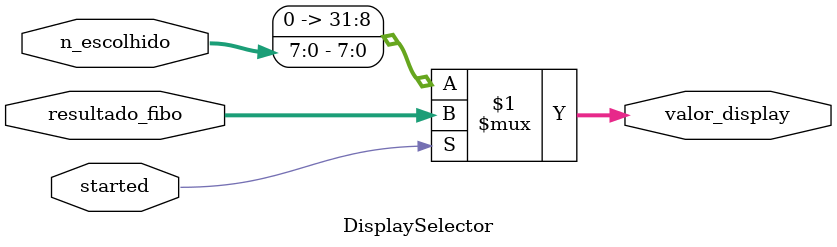
<source format=v>
module DisplaySelector (
    input  wire [31:0] resultado_fibo,
    input  wire [7:0]  n_escolhido,
    input  wire        started,
    output wire [31:0] valor_display
);
    assign valor_display = started ? resultado_fibo : {24'd0, n_escolhido};
endmodule

</source>
